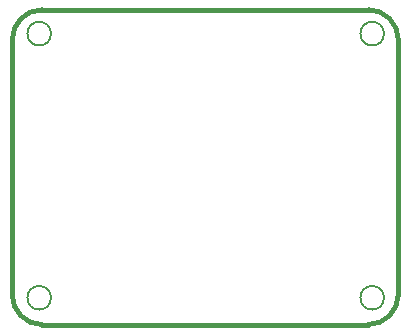
<source format=gm1>
G04 #@! TF.GenerationSoftware,KiCad,Pcbnew,(5.99.0-8018-g9a0f685a75)*
G04 #@! TF.CreationDate,2021-09-12T19:48:39+09:30*
G04 #@! TF.ProjectId,ADE7763_Breakout,41444537-3736-4335-9f42-7265616b6f75,rev?*
G04 #@! TF.SameCoordinates,Original*
G04 #@! TF.FileFunction,Profile,NP*
%FSLAX46Y46*%
G04 Gerber Fmt 4.6, Leading zero omitted, Abs format (unit mm)*
G04 Created by KiCad (PCBNEW (5.99.0-8018-g9a0f685a75)) date 2021-09-12 19:48:39*
%MOMM*%
%LPD*%
G01*
G04 APERTURE LIST*
G04 #@! TA.AperFunction,Profile*
%ADD10C,0.150000*%
G04 #@! TD*
G04 #@! TA.AperFunction,Profile*
%ADD11C,0.406400*%
G04 #@! TD*
G04 APERTURE END LIST*
D10*
X135442200Y-116062000D02*
G75*
G03*
X135442200Y-116062000I-1000000J0D01*
G01*
X163636200Y-116062000D02*
G75*
G03*
X163636200Y-116062000I-1000000J0D01*
G01*
X163636200Y-93700600D02*
G75*
G03*
X163636200Y-93700600I-1000000J0D01*
G01*
X135442200Y-93700600D02*
G75*
G03*
X135442200Y-93700600I-1000000J0D01*
G01*
D11*
X132156100Y-94213600D02*
X132156100Y-115793600D01*
X134696100Y-118333600D02*
G75*
G02*
X132156100Y-115793600I0J2540000D01*
G01*
X134696100Y-118333600D02*
X162306100Y-118333600D01*
X162306100Y-91673600D02*
G75*
G02*
X164846100Y-94213600I0J-2540000D01*
G01*
X164846100Y-115793600D02*
G75*
G02*
X162306100Y-118333600I-2540000J0D01*
G01*
X132156100Y-94213600D02*
G75*
G02*
X134696100Y-91673600I2540000J0D01*
G01*
X164846100Y-115793600D02*
X164846100Y-94213600D01*
X162306100Y-91673600D02*
X134696100Y-91673600D01*
M02*

</source>
